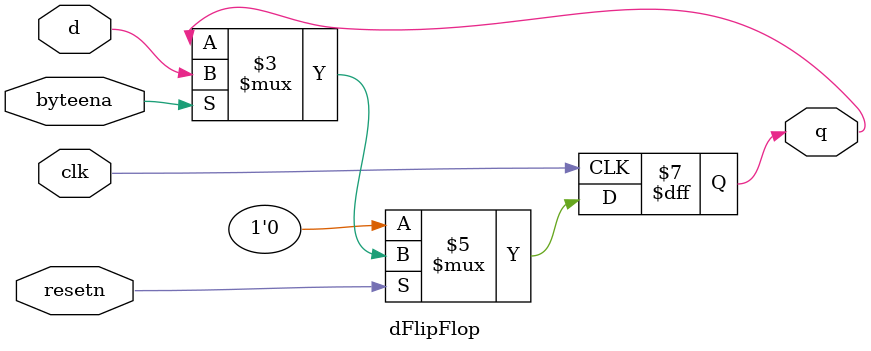
<source format=v>
module top_module (
    input clk,
    input resetn,
    input [1:0] byteena,
    input [15:0] d,
    output [15:0] q
);
    
    genvar i;
    generate for(i = 0; i < 8; i = i + 1)
        begin: DFF
            dFlipFlop lower_instances(.clk(clk), .resetn(resetn), .byteena(byteena[0]), .d(d[i]), .q(q[i]));
            dFlipFlop higher_instances(.clk(clk), .resetn(resetn), .byteena(byteena[1]), .d(d[i+8]), .q(q[i+8]));
        end
    endgenerate

endmodule

module dFlipFlop(input clk, input resetn, input byteena, input d, output q);
    always@(posedge clk) begin
        if(~resetn) q <= 0;
        else q <= byteena ? d : q;
    end
endmodule
</source>
